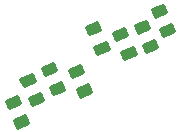
<source format=gtp>
G04 EAGLE Gerber RS-274X export*
G75*
%MOMM*%
%FSLAX34Y34*%
%LPD*%
%INTop Paste*%
%IPPOS*%
%AMOC8*
5,1,8,0,0,1.08239X$1,22.5*%
G01*
G04 Define Apertures*
%ADD10C,0.222250*%
D10*
X-70390Y-39093D02*
X-72996Y-32956D01*
X-63352Y-28861D01*
X-60746Y-34998D01*
X-70390Y-39093D01*
X-71287Y-36981D02*
X-65416Y-36981D01*
X-60801Y-34869D02*
X-72184Y-34869D01*
X-72527Y-32757D02*
X-61698Y-32757D01*
X-62594Y-30645D02*
X-67553Y-30645D01*
X-66049Y-49322D02*
X-63443Y-55459D01*
X-66049Y-49322D02*
X-56405Y-45227D01*
X-53799Y-51364D01*
X-63443Y-55459D01*
X-64340Y-53347D02*
X-58469Y-53347D01*
X-53854Y-51235D02*
X-65237Y-51235D01*
X-65580Y-49123D02*
X-54751Y-49123D01*
X-55647Y-47011D02*
X-60606Y-47011D01*
X14269Y11049D02*
X11663Y17186D01*
X14269Y11049D02*
X4625Y6954D01*
X2019Y13091D01*
X11663Y17186D01*
X9599Y9066D02*
X3728Y9066D01*
X2831Y11178D02*
X14214Y11178D01*
X13317Y13290D02*
X2488Y13290D01*
X7462Y15402D02*
X12421Y15402D01*
X7322Y27416D02*
X4716Y33553D01*
X7322Y27416D02*
X-2322Y23321D01*
X-4928Y29458D01*
X4716Y33553D01*
X2652Y25433D02*
X-3219Y25433D01*
X-4116Y27545D02*
X7267Y27545D01*
X6370Y29657D02*
X-4459Y29657D01*
X515Y31769D02*
X5474Y31769D01*
X-42458Y-4952D02*
X-39852Y-11089D01*
X-42458Y-4952D02*
X-32814Y-857D01*
X-30208Y-6994D01*
X-39852Y-11089D01*
X-40749Y-8977D02*
X-34878Y-8977D01*
X-30263Y-6865D02*
X-41646Y-6865D01*
X-41989Y-4753D02*
X-31160Y-4753D01*
X-32056Y-2641D02*
X-37015Y-2641D01*
X-35510Y-21319D02*
X-32904Y-27456D01*
X-35510Y-21319D02*
X-25866Y-17224D01*
X-23260Y-23361D01*
X-32904Y-27456D01*
X-33801Y-25344D02*
X-27930Y-25344D01*
X-23315Y-23232D02*
X-34698Y-23232D01*
X-35041Y-21120D02*
X-24212Y-21120D01*
X-25108Y-19008D02*
X-30067Y-19008D01*
X52909Y18687D02*
X55515Y12550D01*
X45871Y8455D01*
X43265Y14592D01*
X52909Y18687D01*
X50845Y10567D02*
X44974Y10567D01*
X44077Y12679D02*
X55460Y12679D01*
X54563Y14791D02*
X43734Y14791D01*
X48708Y16903D02*
X53667Y16903D01*
X48568Y28917D02*
X45962Y35054D01*
X48568Y28917D02*
X38924Y24822D01*
X36318Y30959D01*
X45962Y35054D01*
X43898Y26934D02*
X38027Y26934D01*
X37130Y29046D02*
X48513Y29046D01*
X47616Y31158D02*
X36787Y31158D01*
X41761Y33270D02*
X46720Y33270D01*
X-19557Y-6742D02*
X-16951Y-12879D01*
X-19557Y-6742D02*
X-9913Y-2647D01*
X-7307Y-8784D01*
X-16951Y-12879D01*
X-17848Y-10767D02*
X-11977Y-10767D01*
X-7362Y-8655D02*
X-18745Y-8655D01*
X-19088Y-6543D02*
X-8259Y-6543D01*
X-9155Y-4431D02*
X-14114Y-4431D01*
X-12610Y-23109D02*
X-10004Y-29246D01*
X-12610Y-23109D02*
X-2966Y-19014D01*
X-360Y-25151D01*
X-10004Y-29246D01*
X-10901Y-27134D02*
X-5030Y-27134D01*
X-415Y-25022D02*
X-11798Y-25022D01*
X-12141Y-22910D02*
X-1312Y-22910D01*
X-2208Y-20798D02*
X-7167Y-20798D01*
X69881Y26075D02*
X67275Y32212D01*
X69881Y26075D02*
X60237Y21980D01*
X57631Y28117D01*
X67275Y32212D01*
X65211Y24092D02*
X59340Y24092D01*
X58443Y26204D02*
X69826Y26204D01*
X68929Y28316D02*
X58100Y28316D01*
X63074Y30428D02*
X68033Y30428D01*
X62934Y42442D02*
X60328Y48579D01*
X62934Y42442D02*
X53290Y38347D01*
X50684Y44484D01*
X60328Y48579D01*
X58264Y40459D02*
X52393Y40459D01*
X51496Y42571D02*
X62879Y42571D01*
X61982Y44683D02*
X51153Y44683D01*
X56127Y46795D02*
X61086Y46795D01*
X-60394Y-14032D02*
X-57788Y-20169D01*
X-60394Y-14032D02*
X-50750Y-9937D01*
X-48144Y-16074D01*
X-57788Y-20169D01*
X-58685Y-18057D02*
X-52814Y-18057D01*
X-48199Y-15945D02*
X-59582Y-15945D01*
X-59925Y-13833D02*
X-49096Y-13833D01*
X-49992Y-11721D02*
X-54951Y-11721D01*
X-53447Y-30399D02*
X-50841Y-36536D01*
X-53447Y-30399D02*
X-43803Y-26304D01*
X-41197Y-32441D01*
X-50841Y-36536D01*
X-51738Y-34424D02*
X-45867Y-34424D01*
X-41252Y-32312D02*
X-52635Y-32312D01*
X-52978Y-30200D02*
X-42149Y-30200D01*
X-43045Y-28088D02*
X-48004Y-28088D01*
X37095Y6539D02*
X34489Y12676D01*
X37095Y6539D02*
X27451Y2444D01*
X24845Y8581D01*
X34489Y12676D01*
X32425Y4556D02*
X26554Y4556D01*
X25657Y6668D02*
X37040Y6668D01*
X36143Y8780D02*
X25314Y8780D01*
X30288Y10892D02*
X35247Y10892D01*
X30147Y22906D02*
X27541Y29043D01*
X30147Y22906D02*
X20503Y18811D01*
X17897Y24948D01*
X27541Y29043D01*
X25477Y20923D02*
X19606Y20923D01*
X18709Y23035D02*
X30092Y23035D01*
X29195Y25147D02*
X18366Y25147D01*
X23340Y27259D02*
X28299Y27259D01*
M02*

</source>
